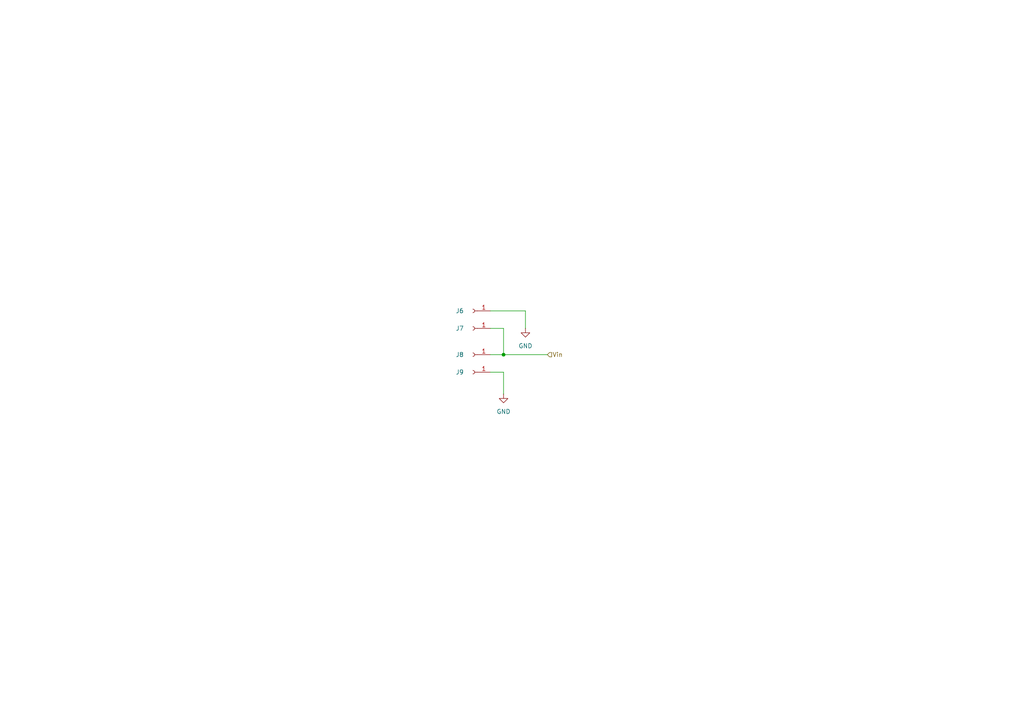
<source format=kicad_sch>
(kicad_sch (version 20231120) (generator "eeschema") (generator_version "8.0")
  (paper "A4")
  (lib_symbols
    (symbol "Connector:Conn_01x01_Socket" (pin_names (offset 1.016) hide)
      (property "Reference" "J" (at 0 2.54 0))
      (property "Value" "Conn_01x01_Socket" (at 0 -2.54 0))
      (symbol "Conn_01x01_Socket_1_1"
        (polyline (pts (xy -1.27 0) (xy -0.508 0)) (stroke (width 0.1524)))
        (arc (start 0 0.508) (mid -0.5058 0) (end 0 -0.508) (stroke (width 0.1524)))
        (pin passive line (at -5.08 0 0) (length 3.81) (name "Pin_1") (number "1"))
      )
    )
    (symbol "power:GND" (power) (pin_numbers hide) (pin_names (offset 0) hide)
      (property "Value" "GND" (at 0 -3.81 0))
      (symbol "GND_0_1"
        (polyline (pts (xy 0 0) (xy 0 -1.27) (xy 1.27 -1.27) (xy 0 -2.54) (xy -1.27 -1.27) (xy 0 -1.27)))
      )
      (symbol "GND_1_1"
        (pin power_in line (at 0 0 270) (length 0) (name "~") (number "1"))
      )
    )
  )
  (junction (at 146.05 102.87))
  (wire (pts (xy 142.24 102.87) (xy 146.05 102.87)))
  (wire (pts (xy 142.24 90.17) (xy 152.4 90.17)))
  (wire (pts (xy 146.05 102.87) (xy 158.75 102.87)))
  (wire (pts (xy 146.05 95.25) (xy 146.05 102.87)))
  (wire (pts (xy 142.24 95.25) (xy 146.05 95.25)))
  (wire (pts (xy 142.24 107.95) (xy 146.05 107.95)))
  (wire (pts (xy 146.05 107.95) (xy 146.05 114.3)))
  (wire (pts (xy 152.4 90.17) (xy 152.4 95.25)))
  (hierarchical_label "Vin" (shape input) (at 158.75 102.87 0))
  (symbol (lib_id "Connector:Conn_01x01_Socket") (at 137.16 90.17 180) (unit 1)
    (property "Reference" "J6" (at 133.35 90.17 0))
    (property "Value" "Conn_01x01_Socket" (effects (hide yes)))
    (property "Footprint" "TestPoint:TestPoint_Pad_2.5x2.5mm" (effects (hide yes)))
    (property "Description" "Generic connector, single row, 01x01, script generated" (effects (hide yes)))
  )
  (symbol (lib_id "power:GND") (at 146.05 114.3 0) (unit 1)
    (property "Reference" "#PWR025" (effects (hide yes)))
    (property "Value" "GND" (at 146.05 119.38 0))
    (property "Description" "Power symbol creates a global label with name \"GND\" , ground" (effects (hide yes)))
  )
  (symbol (lib_id "Connector:Conn_01x01_Socket") (at 137.16 102.87 180) (unit 1)
    (property "Reference" "J8" (at 133.35 102.87 0))
    (property "Value" "Conn_01x01_Socket" (effects (hide yes)))
    (property "Footprint" "TestPoint:TestPoint_Pad_2.5x2.5mm" (effects (hide yes)))
    (property "Description" "Generic connector, single row, 01x01, script generated" (effects (hide yes)))
  )
  (symbol (lib_id "Connector:Conn_01x01_Socket") (at 137.16 95.25 180) (unit 1)
    (property "Reference" "J7" (at 133.35 95.25 0))
    (property "Value" "Conn_01x01_Socket" (effects (hide yes)))
    (property "Footprint" "TestPoint:TestPoint_Pad_2.5x2.5mm" (effects (hide yes)))
    (property "Description" "Generic connector, single row, 01x01, script generated" (effects (hide yes)))
  )
  (symbol (lib_id "Connector:Conn_01x01_Socket") (at 137.16 107.95 180) (unit 1)
    (property "Reference" "J9" (at 133.35 107.95 0))
    (property "Value" "Conn_01x01_Socket" (effects (hide yes)))
    (property "Footprint" "TestPoint:TestPoint_Pad_2.5x2.5mm" (effects (hide yes)))
    (property "Description" "Generic connector, single row, 01x01, script generated" (effects (hide yes)))
  )
  (symbol (lib_id "power:GND") (at 152.4 95.25 0) (unit 1)
    (property "Reference" "#PWR026" (effects (hide yes)))
    (property "Value" "GND" (at 152.4 100.33 0))
    (property "Description" "Power symbol creates a global label with name \"GND\" , ground" (effects (hide yes)))
  )
)
</source>
